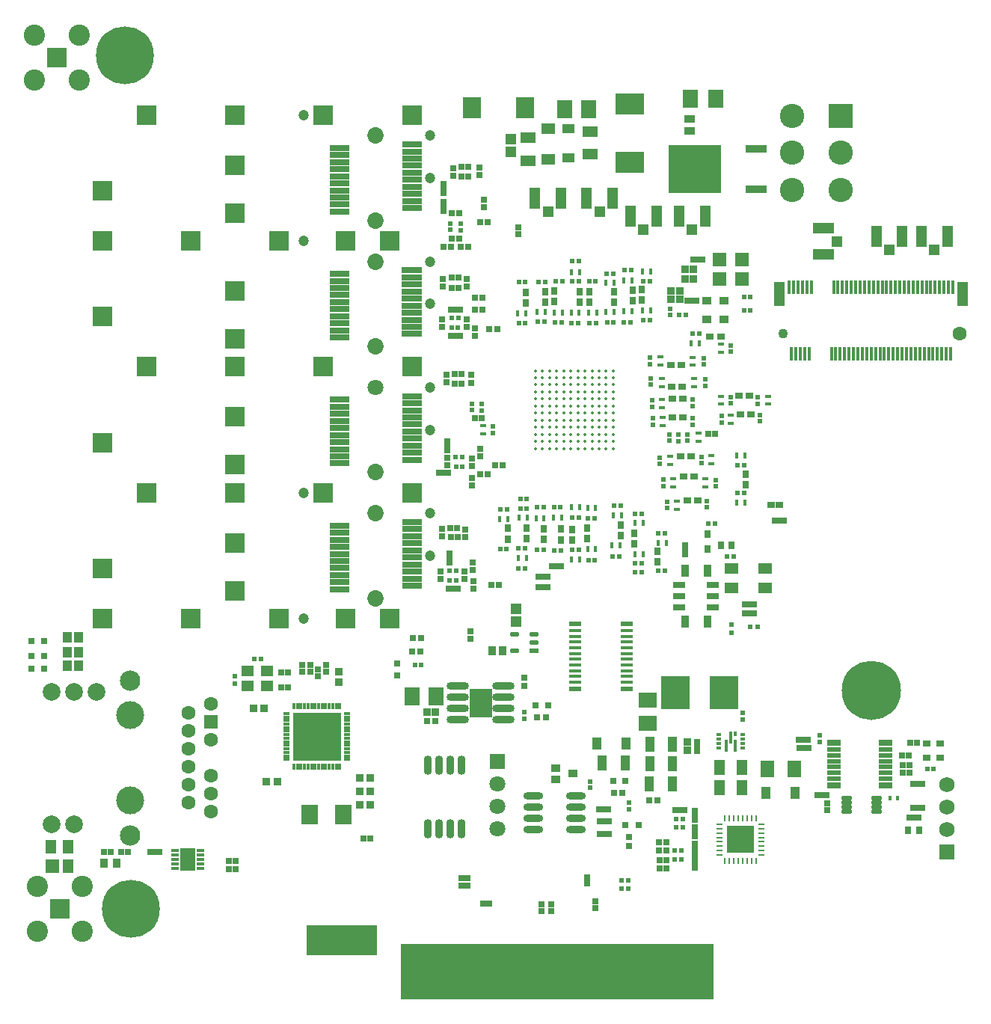
<source format=gts>
G04*
G04 #@! TF.GenerationSoftware,Altium Limited,Altium Designer,24.4.1 (13)*
G04*
G04 Layer_Color=8388736*
%FSLAX44Y44*%
%MOMM*%
G71*
G04*
G04 #@! TF.SameCoordinates,EFBD3F8D-071C-412C-B344-986AE508E9F6*
G04*
G04*
G04 #@! TF.FilePolarity,Negative*
G04*
G01*
G75*
%ADD21R,0.5811X0.5121*%
%ADD26R,0.5121X0.5811*%
%ADD29R,1.5000X1.2000*%
%ADD30R,0.6153X0.5725*%
%ADD32R,0.3000X1.5500*%
%ADD33R,1.2000X2.7500*%
%ADD37R,0.9051X0.9062*%
%ADD39R,1.4000X1.2000*%
%ADD40R,0.5200X0.5200*%
%ADD41R,0.5200X0.5200*%
%ADD42R,0.9062X0.9051*%
%ADD43R,1.8545X2.2860*%
%ADD48C,0.3556*%
%ADD49R,1.9900X2.3300*%
%ADD51R,0.7500X0.9000*%
%ADD52R,0.4000X0.5000*%
%ADD53R,2.4892X0.9398*%
%ADD54R,5.9182X5.5118*%
%ADD55R,0.8000X0.8000*%
%ADD57R,1.0383X0.5321*%
G04:AMPARAMS|DCode=58|XSize=1.0383mm|YSize=0.5321mm|CornerRadius=0.2661mm|HoleSize=0mm|Usage=FLASHONLY|Rotation=180.000|XOffset=0mm|YOffset=0mm|HoleType=Round|Shape=RoundedRectangle|*
%AMROUNDEDRECTD58*
21,1,1.0383,0.0000,0,0,180.0*
21,1,0.5061,0.5321,0,0,180.0*
1,1,0.5321,-0.2531,0.0000*
1,1,0.5321,0.2531,0.0000*
1,1,0.5321,0.2531,0.0000*
1,1,0.5321,-0.2531,0.0000*
%
%ADD58ROUNDEDRECTD58*%
%ADD59R,1.3500X0.4000*%
%ADD60R,1.3500X0.6000*%
%ADD61R,0.8500X0.6500*%
%ADD63R,0.4500X0.6750*%
%ADD65R,0.6750X0.4500*%
%ADD67R,1.5000X1.6000*%
G04:AMPARAMS|DCode=70|XSize=0.24mm|YSize=0.6mm|CornerRadius=0.0504mm|HoleSize=0mm|Usage=FLASHONLY|Rotation=0.000|XOffset=0mm|YOffset=0mm|HoleType=Round|Shape=RoundedRectangle|*
%AMROUNDEDRECTD70*
21,1,0.2400,0.4992,0,0,0.0*
21,1,0.1392,0.6000,0,0,0.0*
1,1,0.1008,0.0696,-0.2496*
1,1,0.1008,-0.0696,-0.2496*
1,1,0.1008,-0.0696,0.2496*
1,1,0.1008,0.0696,0.2496*
%
%ADD70ROUNDEDRECTD70*%
G04:AMPARAMS|DCode=71|XSize=0.6mm|YSize=0.24mm|CornerRadius=0.0504mm|HoleSize=0mm|Usage=FLASHONLY|Rotation=0.000|XOffset=0mm|YOffset=0mm|HoleType=Round|Shape=RoundedRectangle|*
%AMROUNDEDRECTD71*
21,1,0.6000,0.1392,0,0,0.0*
21,1,0.4992,0.2400,0,0,0.0*
1,1,0.1008,0.2496,-0.0696*
1,1,0.1008,-0.2496,-0.0696*
1,1,0.1008,-0.2496,0.0696*
1,1,0.1008,0.2496,0.0696*
%
%ADD71ROUNDEDRECTD71*%
%ADD72R,0.5725X0.6153*%
%ADD75R,1.6000X1.2500*%
%ADD76R,1.1046X1.7062*%
%ADD77R,0.7154X0.6725*%
%ADD78R,0.7000X0.7000*%
%ADD79R,1.3500X1.1000*%
%ADD80R,1.7062X1.1546*%
%ADD81R,3.3000X2.4000*%
%ADD93R,0.7393X0.6725*%
%ADD94R,0.7000X0.7000*%
%ADD95R,0.6725X0.7393*%
%ADD97R,1.1000X1.3500*%
%ADD98R,1.5046X1.9062*%
%ADD99R,1.1546X1.7062*%
%ADD100R,0.6725X0.6682*%
%ADD101R,0.3500X0.6000*%
%ADD102R,0.3500X1.4000*%
%ADD103R,0.6000X0.3500*%
%ADD104R,1.0000X0.9000*%
%ADD105R,0.7000X0.9500*%
%ADD106R,0.5393X0.4725*%
%ADD107R,0.7581X0.8121*%
%ADD112R,1.7000X2.5000*%
%ADD113R,0.9500X0.3700*%
%ADD114R,0.9500X0.3700*%
%ADD115R,8.0000X3.4500*%
%ADD116R,35.3500X6.2876*%
%ADD117R,2.2032X0.7032*%
%ADD118R,0.8032X0.8532*%
%ADD119R,0.8532X0.8032*%
%ADD120R,0.8032X0.7532*%
%ADD121R,0.7532X0.8032*%
%ADD122R,0.7532X0.7032*%
%ADD123R,0.9144X4.3942*%
%ADD124O,0.9032X2.2032*%
%ADD125O,0.4032X0.7032*%
%ADD126O,0.7032X0.4032*%
%ADD127R,5.4032X5.4032*%
%ADD128R,0.7032X0.7532*%
%ADD129O,2.5032X0.9032*%
%ADD130R,2.6132X3.3032*%
%ADD131R,1.2532X2.4032*%
%ADD132R,1.2032X1.2532*%
G04:AMPARAMS|DCode=133|XSize=0.5032mm|YSize=1.2032mm|CornerRadius=0.1511mm|HoleSize=0mm|Usage=FLASHONLY|Rotation=90.000|XOffset=0mm|YOffset=0mm|HoleType=Round|Shape=RoundedRectangle|*
%AMROUNDEDRECTD133*
21,1,0.5032,0.9010,0,0,90.0*
21,1,0.2010,1.2032,0,0,90.0*
1,1,0.3022,0.4505,0.1005*
1,1,0.3022,0.4505,-0.1005*
1,1,0.3022,-0.4505,-0.1005*
1,1,0.3022,-0.4505,0.1005*
%
%ADD133ROUNDEDRECTD133*%
%ADD134R,0.7532X0.7532*%
%ADD135R,1.5532X0.6032*%
%ADD136R,1.5532X0.8032*%
%ADD137R,0.8032X0.8782*%
%ADD138R,0.8782X0.8032*%
%ADD139R,0.9032X0.8532*%
%ADD140R,1.2532X1.2032*%
%ADD141R,2.4032X1.2532*%
G04:AMPARAMS|DCode=142|XSize=3.1mm|YSize=3.1mm|CornerRadius=0.0465mm|HoleSize=0mm|Usage=FLASHONLY|Rotation=0.000|XOffset=0mm|YOffset=0mm|HoleType=Round|Shape=RoundedRectangle|*
%AMROUNDEDRECTD142*
21,1,3.1000,3.0070,0,0,0.0*
21,1,3.0070,3.1000,0,0,0.0*
1,1,0.0930,1.5035,-1.5035*
1,1,0.0930,-1.5035,-1.5035*
1,1,0.0930,-1.5035,1.5035*
1,1,0.0930,1.5035,1.5035*
%
%ADD142ROUNDEDRECTD142*%
%ADD143R,1.0032X1.1532*%
%ADD144O,2.2532X0.8032*%
%ADD145R,1.6532X2.1032*%
%ADD146R,1.7032X2.0532*%
%ADD147R,1.2032X0.9232*%
%ADD148R,1.3032X1.2532*%
%ADD149R,1.6032X1.6032*%
%ADD150R,1.2032X1.6032*%
%ADD151R,0.7532X0.7532*%
%ADD152R,3.2032X3.7032*%
%ADD153R,0.8532X0.9032*%
%ADD154R,1.3500X0.7500*%
%ADD155R,0.9500X1.3500*%
%ADD156R,2.0532X1.7032*%
%ADD157R,1.1032X0.9032*%
%ADD158R,0.9532X1.0532*%
%ADD159R,0.9032X1.1032*%
%ADD160R,0.9144X3.4036*%
%ADD161C,1.4532*%
%ADD162C,2.4032*%
%ADD163R,2.2032X2.2032*%
%ADD164C,3.1532*%
%ADD165C,2.0032*%
%ADD166C,2.3032*%
%ADD167C,1.6032*%
%ADD168R,2.3032X2.3032*%
%ADD169C,1.2032*%
%ADD170C,1.8532*%
%ADD171C,1.8032*%
%ADD172C,6.7032*%
%ADD173C,1.1000*%
%ADD174C,1.6000*%
%ADD175C,6.5532*%
%ADD176R,2.7500X2.7500*%
%ADD177C,2.7500*%
%ADD178R,1.7532X1.7532*%
%ADD179C,1.7532*%
%ADD180R,1.8032X1.8032*%
D21*
X429816Y-445729D02*
D03*
X437127D02*
D03*
X425103Y-299538D02*
D03*
X432413D02*
D03*
X763441Y-279464D02*
D03*
X756130D02*
D03*
X763441Y-264225D02*
D03*
X756130D02*
D03*
X970716Y-798625D02*
D03*
X963405D02*
D03*
X640345Y-509898D02*
D03*
X633034D02*
D03*
X640246Y-576117D02*
D03*
X632935D02*
D03*
X640345Y-565829D02*
D03*
X633034D02*
D03*
X666246Y-532407D02*
D03*
X658936D02*
D03*
X600711Y-238281D02*
D03*
X608022D02*
D03*
X666480Y-574559D02*
D03*
X659169D02*
D03*
X601050Y-293145D02*
D03*
X608361D02*
D03*
X568754Y-550723D02*
D03*
X561443D02*
D03*
X568912Y-514721D02*
D03*
X561602D02*
D03*
X749080Y-486743D02*
D03*
X756391D02*
D03*
X748752Y-454760D02*
D03*
X756063D02*
D03*
X682830Y-285194D02*
D03*
X690141D02*
D03*
X617814Y-934542D02*
D03*
X625125D02*
D03*
X617814Y-924658D02*
D03*
X625125D02*
D03*
X679437Y-855285D02*
D03*
X686748D02*
D03*
X679437Y-864991D02*
D03*
X686748D02*
D03*
X677477Y-891385D02*
D03*
X684788D02*
D03*
X677477Y-901487D02*
D03*
X684788D02*
D03*
X432638Y-288246D02*
D03*
X425327D02*
D03*
X437439Y-456905D02*
D03*
X430128D02*
D03*
X430005Y-574294D02*
D03*
X422694D02*
D03*
X429952Y-585171D02*
D03*
X422641D02*
D03*
X390655Y-681189D02*
D03*
X383344D02*
D03*
X560962Y-294002D02*
D03*
X568273D02*
D03*
X502742Y-493419D02*
D03*
X510053D02*
D03*
X502798Y-504030D02*
D03*
X510108D02*
D03*
X561849Y-247258D02*
D03*
X569159D02*
D03*
X561589Y-223697D02*
D03*
X568900D02*
D03*
X500950Y-571606D02*
D03*
X508261D02*
D03*
X500950Y-549048D02*
D03*
X508261D02*
D03*
X521825Y-502938D02*
D03*
X529136D02*
D03*
X521953Y-550753D02*
D03*
X529264D02*
D03*
X549582Y-293571D02*
D03*
X542271D02*
D03*
X550598Y-246739D02*
D03*
X543287D02*
D03*
X588541Y-294023D02*
D03*
X581230D02*
D03*
X588162Y-246781D02*
D03*
X580852D02*
D03*
X607358Y-558037D02*
D03*
X614669D02*
D03*
X609020Y-500705D02*
D03*
X616330D02*
D03*
X621053Y-234541D02*
D03*
X628364D02*
D03*
X620303Y-293126D02*
D03*
X627614D02*
D03*
X540988Y-502697D02*
D03*
X548298D02*
D03*
X541593Y-551397D02*
D03*
X548903D02*
D03*
X480624Y-504796D02*
D03*
X487935D02*
D03*
X480066Y-549939D02*
D03*
X487377D02*
D03*
X587242Y-562532D02*
D03*
X579931D02*
D03*
X586928Y-515038D02*
D03*
X579617D02*
D03*
X649326Y-247156D02*
D03*
X642016D02*
D03*
X649467Y-290765D02*
D03*
X642156D02*
D03*
X522907Y-292548D02*
D03*
X530217D02*
D03*
X523860Y-247654D02*
D03*
X531171D02*
D03*
X501025Y-294116D02*
D03*
X508336D02*
D03*
X501025Y-247889D02*
D03*
X508336D02*
D03*
X697922Y-306154D02*
D03*
X705232D02*
D03*
D26*
X435070Y-189016D02*
D03*
Y-181705D02*
D03*
X423383Y-188833D02*
D03*
Y-181523D02*
D03*
X842181Y-760913D02*
D03*
Y-768224D02*
D03*
X668711Y-503706D02*
D03*
Y-496395D02*
D03*
X713903Y-502956D02*
D03*
Y-495645D02*
D03*
X652268Y-389200D02*
D03*
Y-381889D02*
D03*
X698235Y-388237D02*
D03*
Y-380926D02*
D03*
X652577Y-409143D02*
D03*
Y-401832D02*
D03*
X697579Y-409029D02*
D03*
Y-401718D02*
D03*
X730669Y-406739D02*
D03*
Y-399428D02*
D03*
X773733Y-405494D02*
D03*
Y-398183D02*
D03*
X771785Y-385351D02*
D03*
Y-378041D02*
D03*
X740872Y-385112D02*
D03*
Y-377801D02*
D03*
X740790Y-319360D02*
D03*
Y-326670D02*
D03*
X626216Y-837023D02*
D03*
Y-844334D02*
D03*
X754881Y-742935D02*
D03*
Y-735624D02*
D03*
X507156Y-742156D02*
D03*
Y-734844D02*
D03*
X708382Y-452757D02*
D03*
Y-445446D02*
D03*
X660544Y-453606D02*
D03*
Y-446295D02*
D03*
X471500Y-418406D02*
D03*
Y-411094D02*
D03*
X458799Y-385899D02*
D03*
Y-393210D02*
D03*
X448286Y-385545D02*
D03*
Y-392855D02*
D03*
X724333Y-479213D02*
D03*
Y-471902D02*
D03*
X665042Y-478584D02*
D03*
Y-471274D02*
D03*
X671272Y-427492D02*
D03*
Y-420182D02*
D03*
X681749Y-427636D02*
D03*
Y-420326D02*
D03*
X692283Y-427382D02*
D03*
Y-420071D02*
D03*
X710330Y-333792D02*
D03*
Y-341103D02*
D03*
X672563Y-285236D02*
D03*
Y-277926D02*
D03*
X649707Y-333618D02*
D03*
Y-340929D02*
D03*
X712107Y-358124D02*
D03*
Y-365435D02*
D03*
X650248Y-356763D02*
D03*
Y-364073D02*
D03*
X582172Y-813093D02*
D03*
Y-820403D02*
D03*
D29*
X741756Y-572047D02*
D03*
X779756D02*
D03*
Y-594047D02*
D03*
X741756D02*
D03*
D30*
X771940Y-638244D02*
D03*
X763369D02*
D03*
D32*
X807500Y-253269D02*
D03*
X812500D02*
D03*
X817500D02*
D03*
X822500D02*
D03*
X827500D02*
D03*
X832500D02*
D03*
X810000Y-328769D02*
D03*
X815000D02*
D03*
X820000D02*
D03*
X825000D02*
D03*
X830000D02*
D03*
X857500Y-253269D02*
D03*
X860000Y-328769D02*
D03*
X862500Y-253269D02*
D03*
X865000Y-328769D02*
D03*
X867500Y-253269D02*
D03*
X870000Y-328769D02*
D03*
X872500Y-253269D02*
D03*
X875000Y-328769D02*
D03*
X877500Y-253269D02*
D03*
X880000Y-328769D02*
D03*
X882500Y-253269D02*
D03*
X885000Y-328769D02*
D03*
X887500Y-253269D02*
D03*
X890000Y-328769D02*
D03*
X892500Y-253269D02*
D03*
X895000Y-328769D02*
D03*
X897500Y-253269D02*
D03*
X900000Y-328769D02*
D03*
X902500Y-253269D02*
D03*
X905000Y-328769D02*
D03*
X907500Y-253269D02*
D03*
X910000Y-328769D02*
D03*
X912500Y-253269D02*
D03*
X915000Y-328769D02*
D03*
X917500Y-253269D02*
D03*
X920000Y-328769D02*
D03*
X922500Y-253269D02*
D03*
X925000Y-328769D02*
D03*
X927500Y-253269D02*
D03*
X930000Y-328769D02*
D03*
X932500Y-253269D02*
D03*
X935000Y-328769D02*
D03*
X937500Y-253269D02*
D03*
X940000Y-328769D02*
D03*
X942500Y-253269D02*
D03*
X945000Y-328769D02*
D03*
X947500Y-253269D02*
D03*
X950000Y-328769D02*
D03*
X952500Y-253269D02*
D03*
X955000Y-328769D02*
D03*
X957500Y-253269D02*
D03*
X960000Y-328769D02*
D03*
X962500Y-253269D02*
D03*
X965000Y-328769D02*
D03*
X967500Y-253269D02*
D03*
X970000Y-328769D02*
D03*
X972500Y-253269D02*
D03*
X975000Y-328769D02*
D03*
X977500Y-253269D02*
D03*
X980000Y-328769D02*
D03*
X982500Y-253269D02*
D03*
X985000Y-328769D02*
D03*
X987500Y-253269D02*
D03*
X990000Y-328769D02*
D03*
X992500Y-253269D02*
D03*
X855000Y-328769D02*
D03*
D33*
X796500Y-261019D02*
D03*
X1003500D02*
D03*
D37*
X321335Y-839430D02*
D03*
X333346D02*
D03*
X321335Y-824056D02*
D03*
X333346D02*
D03*
X321335Y-809037D02*
D03*
X333346D02*
D03*
X227626Y-813567D02*
D03*
X215615D02*
D03*
X212959Y-730586D02*
D03*
X200948D02*
D03*
D39*
X194442Y-705032D02*
D03*
X216442D02*
D03*
Y-688032D02*
D03*
X194442D02*
D03*
D40*
X180092Y-694086D02*
D03*
Y-702086D02*
D03*
D41*
X201554Y-674705D02*
D03*
X209554D02*
D03*
D42*
X297290Y-700890D02*
D03*
Y-688879D02*
D03*
D43*
X302192Y-850860D02*
D03*
X264347D02*
D03*
D48*
X608011Y-436121D02*
D03*
X600011D02*
D03*
X592011D02*
D03*
X584011D02*
D03*
X576011D02*
D03*
X568011D02*
D03*
X560011D02*
D03*
X552011D02*
D03*
X544011D02*
D03*
X536011D02*
D03*
X528011D02*
D03*
X520011D02*
D03*
X608011Y-428120D02*
D03*
X600011D02*
D03*
X592011D02*
D03*
X584011D02*
D03*
X576011D02*
D03*
X568011D02*
D03*
X560011D02*
D03*
X552011D02*
D03*
X544011D02*
D03*
X536011D02*
D03*
X528011D02*
D03*
X520011D02*
D03*
X608011Y-420119D02*
D03*
X600011D02*
D03*
X592011D02*
D03*
X584011D02*
D03*
X576011D02*
D03*
X568011D02*
D03*
X560011D02*
D03*
X552011D02*
D03*
X544011D02*
D03*
X536011D02*
D03*
X528011D02*
D03*
X520011D02*
D03*
X608011Y-412118D02*
D03*
X600011D02*
D03*
X592011D02*
D03*
X584011D02*
D03*
X576011D02*
D03*
X568011D02*
D03*
X560011D02*
D03*
X552011D02*
D03*
X544011D02*
D03*
X536011D02*
D03*
X528011D02*
D03*
X520011D02*
D03*
X608011Y-404117D02*
D03*
X600011D02*
D03*
X592011D02*
D03*
X584011D02*
D03*
X576011D02*
D03*
X568011D02*
D03*
X560011D02*
D03*
X552011D02*
D03*
X544011D02*
D03*
X536011D02*
D03*
X528011D02*
D03*
X520011D02*
D03*
X608011Y-396116D02*
D03*
X600011D02*
D03*
X592011D02*
D03*
X584011D02*
D03*
X576011D02*
D03*
X568011D02*
D03*
X560011D02*
D03*
X552011D02*
D03*
X544011D02*
D03*
X536011D02*
D03*
X528011D02*
D03*
X520011D02*
D03*
X608011Y-388115D02*
D03*
X600011D02*
D03*
X592011D02*
D03*
X584011D02*
D03*
X576011D02*
D03*
X568011D02*
D03*
X560011D02*
D03*
X552011D02*
D03*
X544011D02*
D03*
X536011D02*
D03*
X528011D02*
D03*
X520011D02*
D03*
X608011Y-380114D02*
D03*
X600011D02*
D03*
X592011D02*
D03*
X584011D02*
D03*
X576011D02*
D03*
X568011D02*
D03*
X560011D02*
D03*
X552011D02*
D03*
X544011D02*
D03*
X536011D02*
D03*
X528011D02*
D03*
X520011D02*
D03*
X608011Y-372113D02*
D03*
X600011D02*
D03*
X592011D02*
D03*
X584011D02*
D03*
X576011D02*
D03*
X568011D02*
D03*
X560011D02*
D03*
X552011D02*
D03*
X544011D02*
D03*
X536011D02*
D03*
X528011D02*
D03*
X520011D02*
D03*
X608011Y-364112D02*
D03*
X600011D02*
D03*
X592011D02*
D03*
X584011D02*
D03*
X576011D02*
D03*
X568011D02*
D03*
X560011D02*
D03*
X552011D02*
D03*
X544011D02*
D03*
X536011D02*
D03*
X528011D02*
D03*
X520011D02*
D03*
X608011Y-356111D02*
D03*
X600011D02*
D03*
X592011D02*
D03*
X584011D02*
D03*
X576011D02*
D03*
X568011D02*
D03*
X560011D02*
D03*
X552011D02*
D03*
X544011D02*
D03*
X536011D02*
D03*
X528011D02*
D03*
X520011D02*
D03*
X608011Y-348110D02*
D03*
X600011D02*
D03*
X592011D02*
D03*
X584011D02*
D03*
X576011D02*
D03*
X568011D02*
D03*
X560011D02*
D03*
X552011D02*
D03*
X544011D02*
D03*
X536011D02*
D03*
X528011D02*
D03*
X520011D02*
D03*
D49*
X447858Y-50634D02*
D03*
X508058D02*
D03*
D51*
X954000Y-868150D02*
D03*
X942000D02*
D03*
D52*
X921588Y-832280D02*
D03*
X929588D02*
D03*
D53*
X770008Y-142913D02*
D03*
Y-97193D02*
D03*
D54*
X700793Y-120053D02*
D03*
D55*
X621925Y-862129D02*
D03*
X636925D02*
D03*
X-50900Y-685709D02*
D03*
X-35900D02*
D03*
X-50900Y-670705D02*
D03*
X-35900D02*
D03*
X-50900Y-654000D02*
D03*
X-35900D02*
D03*
D57*
X518012Y-665166D02*
D03*
D58*
Y-655667D02*
D03*
Y-646166D02*
D03*
X496688D02*
D03*
Y-665166D02*
D03*
D59*
X623757Y-642189D02*
D03*
Y-648690D02*
D03*
Y-655189D02*
D03*
Y-661689D02*
D03*
Y-668189D02*
D03*
Y-674689D02*
D03*
Y-681189D02*
D03*
Y-687689D02*
D03*
Y-694189D02*
D03*
Y-700689D02*
D03*
X565257D02*
D03*
Y-694189D02*
D03*
Y-687689D02*
D03*
Y-681189D02*
D03*
Y-674689D02*
D03*
Y-668189D02*
D03*
Y-661689D02*
D03*
Y-655189D02*
D03*
Y-648690D02*
D03*
Y-642189D02*
D03*
D60*
X623757Y-634689D02*
D03*
Y-708189D02*
D03*
X565257D02*
D03*
Y-634689D02*
D03*
D61*
X962811Y-786568D02*
D03*
Y-770068D02*
D03*
X978311D02*
D03*
Y-786568D02*
D03*
D63*
X641761Y-520639D02*
D03*
X632511D02*
D03*
X641642Y-555794D02*
D03*
X632392D02*
D03*
X668199Y-543030D02*
D03*
X658949D02*
D03*
X599742Y-248699D02*
D03*
X608992D02*
D03*
X599742Y-281946D02*
D03*
X608992D02*
D03*
X569993Y-561829D02*
D03*
X560743D02*
D03*
X569723Y-502938D02*
D03*
X560473D02*
D03*
X748091Y-497750D02*
D03*
X757341D02*
D03*
X747782Y-443931D02*
D03*
X757032D02*
D03*
X560341Y-282365D02*
D03*
X569591D02*
D03*
X501553Y-514546D02*
D03*
X510802D02*
D03*
X560619Y-236562D02*
D03*
X569869D02*
D03*
X500360Y-560043D02*
D03*
X509610D02*
D03*
X520530Y-515249D02*
D03*
X529780D02*
D03*
X550859Y-282234D02*
D03*
X541609D02*
D03*
X589510Y-282498D02*
D03*
X580260D02*
D03*
X606823Y-545783D02*
D03*
X616073D02*
D03*
X608483Y-511846D02*
D03*
X617733D02*
D03*
X620084Y-245672D02*
D03*
X629334D02*
D03*
X620084Y-280890D02*
D03*
X629334D02*
D03*
X540084Y-514721D02*
D03*
X549334D02*
D03*
X479528Y-516049D02*
D03*
X488778D02*
D03*
X588212Y-550200D02*
D03*
X578962D02*
D03*
X588212Y-503346D02*
D03*
X578962D02*
D03*
X650235Y-235595D02*
D03*
X640985D02*
D03*
X650235Y-279995D02*
D03*
X640985D02*
D03*
X522072Y-281603D02*
D03*
X531322D02*
D03*
X500055Y-283421D02*
D03*
X509305D02*
D03*
X696510Y-317166D02*
D03*
X705761D02*
D03*
D65*
X679959Y-504675D02*
D03*
Y-495425D02*
D03*
X663207Y-389957D02*
D03*
Y-380707D02*
D03*
X663917Y-409999D02*
D03*
Y-400749D02*
D03*
X741461Y-407604D02*
D03*
Y-398354D02*
D03*
X783367Y-386082D02*
D03*
Y-376832D02*
D03*
X730399Y-386082D02*
D03*
Y-376832D02*
D03*
X729901Y-318390D02*
D03*
Y-327640D02*
D03*
X719248Y-453726D02*
D03*
Y-444476D02*
D03*
X672315Y-454054D02*
D03*
Y-444804D02*
D03*
X460690Y-419163D02*
D03*
Y-409913D02*
D03*
X711958Y-479554D02*
D03*
Y-470304D02*
D03*
X675861Y-479554D02*
D03*
Y-470304D02*
D03*
X704845Y-428351D02*
D03*
Y-419101D02*
D03*
X698211Y-332822D02*
D03*
Y-342072D02*
D03*
X661875Y-332649D02*
D03*
Y-341899D02*
D03*
X699230Y-357154D02*
D03*
Y-366404D02*
D03*
X662827Y-357260D02*
D03*
Y-366511D02*
D03*
D67*
X753490Y-243930D02*
D03*
X728090D02*
D03*
Y-221930D02*
D03*
X753490D02*
D03*
D70*
X734461Y-854884D02*
D03*
X739461D02*
D03*
X744461D02*
D03*
X749461D02*
D03*
X754461D02*
D03*
X759461D02*
D03*
X764461D02*
D03*
X769461D02*
D03*
Y-902885D02*
D03*
X764461D02*
D03*
X759461D02*
D03*
X754461D02*
D03*
X749461D02*
D03*
X744461D02*
D03*
X739461D02*
D03*
X734461D02*
D03*
D71*
X775960Y-861385D02*
D03*
Y-866385D02*
D03*
Y-871385D02*
D03*
Y-876385D02*
D03*
Y-881385D02*
D03*
Y-886385D02*
D03*
Y-891385D02*
D03*
Y-896385D02*
D03*
X727961D02*
D03*
Y-891385D02*
D03*
Y-886385D02*
D03*
Y-881385D02*
D03*
Y-876385D02*
D03*
Y-871385D02*
D03*
Y-866385D02*
D03*
Y-861385D02*
D03*
D72*
X741481Y-635828D02*
D03*
Y-644399D02*
D03*
D75*
X534822Y-74522D02*
D03*
Y-108522D02*
D03*
D76*
X649020Y-816201D02*
D03*
X675035D02*
D03*
X649316Y-793375D02*
D03*
X675331D02*
D03*
X649316Y-770981D02*
D03*
X675331D02*
D03*
X595804Y-792280D02*
D03*
X621819D02*
D03*
D77*
X618292Y-825798D02*
D03*
X608721D02*
D03*
X389763Y-666189D02*
D03*
X380192D02*
D03*
X531717Y-740420D02*
D03*
X522146D02*
D03*
D78*
X621716Y-812582D02*
D03*
X607716D02*
D03*
X534348Y-726573D02*
D03*
X520348D02*
D03*
D79*
X557578Y-107022D02*
D03*
Y-74022D02*
D03*
D80*
X511516Y-110244D02*
D03*
Y-84728D02*
D03*
X582189Y-103280D02*
D03*
Y-77764D02*
D03*
D81*
X626970Y-112014D02*
D03*
Y-46014D02*
D03*
D93*
X390915Y-650690D02*
D03*
X381584D02*
D03*
X658141Y-834130D02*
D03*
X648809D02*
D03*
D94*
X363661Y-693221D02*
D03*
Y-679221D02*
D03*
D95*
X507156Y-695583D02*
D03*
Y-704915D02*
D03*
D97*
X589907Y-770238D02*
D03*
X622907D02*
D03*
X813500Y-826403D02*
D03*
X780500D02*
D03*
D98*
X812665Y-798530D02*
D03*
X782649D02*
D03*
D99*
X728578Y-797280D02*
D03*
X754094D02*
D03*
X728467Y-820280D02*
D03*
X753983D02*
D03*
D100*
X626119Y-875974D02*
D03*
Y-886016D02*
D03*
D101*
X746336Y-759239D02*
D03*
D102*
X741336Y-763239D02*
D03*
X746336Y-772238D02*
D03*
X736336D02*
D03*
D103*
X727836Y-775238D02*
D03*
Y-770238D02*
D03*
Y-765238D02*
D03*
Y-760238D02*
D03*
X754836D02*
D03*
Y-765238D02*
D03*
Y-770238D02*
D03*
Y-775238D02*
D03*
D104*
X714224Y-289964D02*
D03*
Y-268964D02*
D03*
X733225D02*
D03*
Y-289964D02*
D03*
D105*
X714724Y-533201D02*
D03*
Y-549701D02*
D03*
D106*
X716058Y-521451D02*
D03*
X723390D02*
D03*
X737215Y-558236D02*
D03*
X744547D02*
D03*
D107*
X742260Y-545869D02*
D03*
X729720D02*
D03*
D112*
X126425Y-901529D02*
D03*
D113*
X111676Y-911528D02*
D03*
Y-906528D02*
D03*
X111675Y-896528D02*
D03*
Y-891528D02*
D03*
X141174D02*
D03*
Y-896528D02*
D03*
X141175Y-906528D02*
D03*
Y-911528D02*
D03*
D114*
X111675Y-901528D02*
D03*
X141174D02*
D03*
D115*
X301000Y-992374D02*
D03*
D116*
X544250Y-1028562D02*
D03*
D117*
X298000Y-168000D02*
D03*
Y-160000D02*
D03*
Y-152000D02*
D03*
Y-144000D02*
D03*
Y-136000D02*
D03*
Y-128000D02*
D03*
Y-120000D02*
D03*
Y-112000D02*
D03*
Y-104000D02*
D03*
Y-96000D02*
D03*
X380000Y-164000D02*
D03*
Y-156000D02*
D03*
Y-148000D02*
D03*
Y-140000D02*
D03*
Y-132000D02*
D03*
Y-124000D02*
D03*
Y-116000D02*
D03*
Y-108000D02*
D03*
Y-100000D02*
D03*
Y-92000D02*
D03*
X380000Y-519500D02*
D03*
Y-527500D02*
D03*
Y-535500D02*
D03*
Y-543500D02*
D03*
Y-551500D02*
D03*
Y-559500D02*
D03*
Y-567500D02*
D03*
Y-575500D02*
D03*
Y-583500D02*
D03*
Y-591500D02*
D03*
X298000Y-595500D02*
D03*
Y-587500D02*
D03*
Y-579500D02*
D03*
Y-571500D02*
D03*
Y-563500D02*
D03*
Y-555500D02*
D03*
Y-547500D02*
D03*
Y-539500D02*
D03*
Y-531500D02*
D03*
Y-523500D02*
D03*
X380000Y-377000D02*
D03*
Y-385000D02*
D03*
Y-393000D02*
D03*
Y-401000D02*
D03*
Y-409000D02*
D03*
Y-417000D02*
D03*
Y-425000D02*
D03*
Y-433000D02*
D03*
Y-441000D02*
D03*
Y-449000D02*
D03*
X298000Y-453000D02*
D03*
Y-445000D02*
D03*
Y-437000D02*
D03*
Y-429000D02*
D03*
Y-421000D02*
D03*
Y-413000D02*
D03*
Y-405000D02*
D03*
Y-397000D02*
D03*
Y-389000D02*
D03*
Y-381000D02*
D03*
X380000Y-234500D02*
D03*
Y-242500D02*
D03*
Y-250500D02*
D03*
Y-258500D02*
D03*
Y-266500D02*
D03*
Y-274500D02*
D03*
Y-282500D02*
D03*
Y-290500D02*
D03*
Y-298500D02*
D03*
Y-306500D02*
D03*
X298000Y-310500D02*
D03*
Y-302500D02*
D03*
Y-294500D02*
D03*
Y-286500D02*
D03*
Y-278500D02*
D03*
Y-270500D02*
D03*
Y-262500D02*
D03*
Y-254500D02*
D03*
Y-246500D02*
D03*
Y-238500D02*
D03*
X380000Y-92000D02*
D03*
Y-100000D02*
D03*
Y-108000D02*
D03*
Y-116000D02*
D03*
Y-124000D02*
D03*
Y-132000D02*
D03*
Y-140000D02*
D03*
Y-148000D02*
D03*
Y-156000D02*
D03*
Y-164000D02*
D03*
X298000Y-168000D02*
D03*
Y-160000D02*
D03*
Y-152000D02*
D03*
Y-144000D02*
D03*
Y-136000D02*
D03*
Y-128000D02*
D03*
Y-120000D02*
D03*
Y-112000D02*
D03*
Y-104000D02*
D03*
Y-96000D02*
D03*
X380000Y-519500D02*
D03*
Y-527500D02*
D03*
Y-535500D02*
D03*
Y-543500D02*
D03*
Y-551500D02*
D03*
Y-559500D02*
D03*
Y-567500D02*
D03*
Y-575500D02*
D03*
Y-583500D02*
D03*
Y-591500D02*
D03*
X298000Y-523500D02*
D03*
Y-531500D02*
D03*
Y-539500D02*
D03*
Y-547500D02*
D03*
Y-555500D02*
D03*
Y-563500D02*
D03*
Y-571500D02*
D03*
Y-579500D02*
D03*
Y-587500D02*
D03*
Y-595500D02*
D03*
X298000Y-453000D02*
D03*
Y-445000D02*
D03*
Y-437000D02*
D03*
Y-429000D02*
D03*
Y-421000D02*
D03*
Y-413000D02*
D03*
Y-405000D02*
D03*
Y-397000D02*
D03*
Y-389000D02*
D03*
Y-381000D02*
D03*
X380000Y-449000D02*
D03*
Y-441000D02*
D03*
Y-433000D02*
D03*
Y-425000D02*
D03*
Y-417000D02*
D03*
Y-409000D02*
D03*
Y-401000D02*
D03*
Y-393000D02*
D03*
Y-385000D02*
D03*
Y-377000D02*
D03*
X379864Y-234500D02*
D03*
Y-242500D02*
D03*
Y-250500D02*
D03*
Y-258500D02*
D03*
Y-266500D02*
D03*
Y-274500D02*
D03*
Y-282500D02*
D03*
Y-290500D02*
D03*
Y-298500D02*
D03*
Y-306500D02*
D03*
X297864Y-238500D02*
D03*
Y-246500D02*
D03*
Y-254500D02*
D03*
Y-262500D02*
D03*
Y-270500D02*
D03*
Y-278500D02*
D03*
Y-286500D02*
D03*
Y-294500D02*
D03*
Y-302500D02*
D03*
Y-310500D02*
D03*
D118*
X415792Y-166500D02*
D03*
Y-158000D02*
D03*
X415587Y-146076D02*
D03*
Y-137576D02*
D03*
X422677Y-564043D02*
D03*
Y-555543D02*
D03*
X420477Y-437323D02*
D03*
Y-428823D02*
D03*
X700554Y-909987D02*
D03*
Y-901487D02*
D03*
Y-884281D02*
D03*
Y-892781D02*
D03*
X700493Y-874435D02*
D03*
Y-865935D02*
D03*
Y-846738D02*
D03*
Y-855238D02*
D03*
X702790Y-769516D02*
D03*
Y-778016D02*
D03*
X689024Y-546202D02*
D03*
Y-554701D02*
D03*
D119*
X84680Y-892878D02*
D03*
X93180D02*
D03*
X707761Y-221899D02*
D03*
X699261D02*
D03*
X422493Y-595155D02*
D03*
X430993D02*
D03*
X419834Y-463889D02*
D03*
X411334D02*
D03*
X425389Y-308327D02*
D03*
X433889D02*
D03*
X425389Y-278698D02*
D03*
X433889D02*
D03*
X944205Y-854238D02*
D03*
X952706D02*
D03*
X787191Y-500147D02*
D03*
X795691D02*
D03*
X848944Y-828439D02*
D03*
X840444D02*
D03*
X827695Y-766260D02*
D03*
X819195D02*
D03*
X828001Y-775238D02*
D03*
X819501D02*
D03*
X687670Y-845103D02*
D03*
X679170D02*
D03*
X956955Y-843201D02*
D03*
X948456D02*
D03*
X600980Y-844224D02*
D03*
X592480D02*
D03*
X956955Y-815451D02*
D03*
X948456D02*
D03*
X799941Y-517639D02*
D03*
X791441D02*
D03*
X701485Y-268964D02*
D03*
X692985D02*
D03*
X758175Y-623056D02*
D03*
X766675D02*
D03*
X757925Y-612539D02*
D03*
X766425D02*
D03*
X539248Y-569300D02*
D03*
X547748D02*
D03*
X524380Y-593111D02*
D03*
X532880D02*
D03*
X524555Y-581698D02*
D03*
X533055D02*
D03*
X602154Y-858497D02*
D03*
X593653D02*
D03*
X602153Y-872953D02*
D03*
X593653D02*
D03*
D120*
X457719Y-465650D02*
D03*
X466219D02*
D03*
X478429Y-590563D02*
D03*
X469929D02*
D03*
X457216Y-179699D02*
D03*
X465716D02*
D03*
X435056Y-207910D02*
D03*
X443556D02*
D03*
X482617Y-455543D02*
D03*
X474117D02*
D03*
X451800Y-265835D02*
D03*
X460300D02*
D03*
X476492Y-301140D02*
D03*
X467992D02*
D03*
X460250Y-279123D02*
D03*
X451750D02*
D03*
X415518Y-207910D02*
D03*
X424019D02*
D03*
X425512Y-169840D02*
D03*
X434012D02*
D03*
X425617Y-198359D02*
D03*
X434117D02*
D03*
D121*
X449503Y-586679D02*
D03*
Y-595179D02*
D03*
X449057Y-574007D02*
D03*
Y-565507D02*
D03*
X446666Y-651577D02*
D03*
Y-643077D02*
D03*
X448317Y-477974D02*
D03*
Y-469474D02*
D03*
X457667Y-444942D02*
D03*
Y-436442D02*
D03*
X451769Y-308531D02*
D03*
Y-300031D02*
D03*
X461974Y-154501D02*
D03*
Y-163001D02*
D03*
X448240Y-447235D02*
D03*
Y-455735D02*
D03*
X426628Y-118598D02*
D03*
Y-127098D02*
D03*
X447357Y-353103D02*
D03*
Y-361603D02*
D03*
X442340Y-244393D02*
D03*
Y-252893D02*
D03*
X440899Y-536551D02*
D03*
Y-528051D02*
D03*
X439475Y-583940D02*
D03*
Y-575440D02*
D03*
X442568Y-298362D02*
D03*
Y-289862D02*
D03*
X415018Y-252893D02*
D03*
Y-244393D02*
D03*
X456966Y-126868D02*
D03*
Y-118368D02*
D03*
X419402Y-361062D02*
D03*
Y-352561D02*
D03*
X420284Y-455419D02*
D03*
Y-446918D02*
D03*
X413933Y-535940D02*
D03*
Y-527440D02*
D03*
X412841Y-583601D02*
D03*
Y-575101D02*
D03*
X413933Y-298484D02*
D03*
Y-289984D02*
D03*
D122*
X423814Y-526668D02*
D03*
X431314D02*
D03*
X424302Y-536815D02*
D03*
X431802D02*
D03*
X436550Y-117103D02*
D03*
X444050D02*
D03*
X436556Y-128217D02*
D03*
X444056D02*
D03*
X428789Y-363043D02*
D03*
X436289D02*
D03*
X428930Y-351721D02*
D03*
X436430D02*
D03*
X425425Y-254555D02*
D03*
X432925D02*
D03*
X425490Y-243022D02*
D03*
X432990D02*
D03*
X325071Y-877985D02*
D03*
X332571D02*
D03*
X239562Y-706737D02*
D03*
X232062D02*
D03*
X239562Y-690032D02*
D03*
X232062D02*
D03*
X58888Y-892964D02*
D03*
X51388D02*
D03*
X951750Y-769678D02*
D03*
X944250D02*
D03*
X943416Y-794625D02*
D03*
X935916D02*
D03*
X943416Y-803530D02*
D03*
X935916D02*
D03*
X934916Y-783318D02*
D03*
X942416D02*
D03*
X467905Y-951414D02*
D03*
X460405D02*
D03*
X173346Y-912678D02*
D03*
X180846D02*
D03*
X173346Y-902968D02*
D03*
X180846D02*
D03*
X435905Y-922588D02*
D03*
X443405D02*
D03*
X451250Y-401617D02*
D03*
X458750D02*
D03*
X722970Y-419538D02*
D03*
X715470D02*
D03*
X443405Y-931340D02*
D03*
X435905D02*
D03*
X39203Y-892878D02*
D03*
X31702D02*
D03*
D123*
X381460Y-1019624D02*
D03*
X391460D02*
D03*
X401460D02*
D03*
X411460D02*
D03*
X421460D02*
D03*
X431460D02*
D03*
X441460D02*
D03*
X451460D02*
D03*
X461460D02*
D03*
X471460D02*
D03*
X481460D02*
D03*
X511460D02*
D03*
X521460D02*
D03*
X531460D02*
D03*
X541460D02*
D03*
X551460D02*
D03*
X561460D02*
D03*
X571460D02*
D03*
X581459D02*
D03*
X591459D02*
D03*
X601459D02*
D03*
X611459D02*
D03*
X621459D02*
D03*
X631459D02*
D03*
X641459D02*
D03*
X651459D02*
D03*
X661459D02*
D03*
X671459D02*
D03*
X681459D02*
D03*
X691459D02*
D03*
X711459D02*
D03*
D124*
X397802Y-866912D02*
D03*
X410502D02*
D03*
X423202D02*
D03*
X435902D02*
D03*
X397802Y-794412D02*
D03*
X410502D02*
D03*
X423202D02*
D03*
X435902D02*
D03*
D125*
X298563Y-796365D02*
D03*
X294563D02*
D03*
X290563D02*
D03*
X286563D02*
D03*
X282563D02*
D03*
X278563D02*
D03*
X274563D02*
D03*
X270563D02*
D03*
X266563D02*
D03*
X262563D02*
D03*
X258563D02*
D03*
X254563D02*
D03*
X250563D02*
D03*
X246563D02*
D03*
Y-727865D02*
D03*
X250563D02*
D03*
X254563D02*
D03*
X258563D02*
D03*
X262563D02*
D03*
X266563D02*
D03*
X270563D02*
D03*
X274563D02*
D03*
X278563D02*
D03*
X282563D02*
D03*
X286563D02*
D03*
X290563D02*
D03*
X294563D02*
D03*
X298563D02*
D03*
D126*
X238312Y-788115D02*
D03*
Y-784115D02*
D03*
Y-780115D02*
D03*
Y-776115D02*
D03*
Y-772115D02*
D03*
Y-768115D02*
D03*
Y-764115D02*
D03*
Y-760115D02*
D03*
Y-756115D02*
D03*
Y-752115D02*
D03*
Y-748115D02*
D03*
Y-744115D02*
D03*
Y-740115D02*
D03*
Y-736115D02*
D03*
X306812Y-744115D02*
D03*
Y-748115D02*
D03*
Y-752115D02*
D03*
Y-756115D02*
D03*
Y-760115D02*
D03*
Y-764115D02*
D03*
Y-768115D02*
D03*
Y-772115D02*
D03*
Y-776115D02*
D03*
Y-780115D02*
D03*
Y-784115D02*
D03*
Y-788115D02*
D03*
Y-740115D02*
D03*
Y-736115D02*
D03*
D127*
X272563Y-762115D02*
D03*
D128*
X283246Y-688656D02*
D03*
Y-681155D02*
D03*
X273856Y-693782D02*
D03*
Y-686282D02*
D03*
X256047Y-688656D02*
D03*
Y-681156D02*
D03*
X265185Y-688655D02*
D03*
Y-681156D02*
D03*
X850027Y-837678D02*
D03*
Y-845178D02*
D03*
X537568Y-952427D02*
D03*
X527189D02*
D03*
Y-959927D02*
D03*
X578172Y-921338D02*
D03*
Y-928838D02*
D03*
X587904Y-948559D02*
D03*
Y-956059D02*
D03*
X500547Y-186000D02*
D03*
Y-193500D02*
D03*
X537568Y-959927D02*
D03*
D129*
X432364Y-705186D02*
D03*
Y-717886D02*
D03*
Y-730586D02*
D03*
Y-743286D02*
D03*
X483364Y-705186D02*
D03*
Y-717886D02*
D03*
Y-730586D02*
D03*
Y-743286D02*
D03*
D130*
X457864Y-724236D02*
D03*
D131*
X519550Y-152500D02*
D03*
X549050D02*
D03*
X577887D02*
D03*
X607387D02*
D03*
X711994Y-173250D02*
D03*
X682494D02*
D03*
X935250Y-196085D02*
D03*
X905750D02*
D03*
X986250D02*
D03*
X956750D02*
D03*
X656994Y-173250D02*
D03*
X627494D02*
D03*
D132*
X534300Y-167750D02*
D03*
X592637D02*
D03*
X697244Y-188500D02*
D03*
X920500Y-211335D02*
D03*
X971500D02*
D03*
X642244Y-188500D02*
D03*
D133*
X905966Y-846993D02*
D03*
Y-841993D02*
D03*
Y-836993D02*
D03*
Y-831993D02*
D03*
X871966Y-846993D02*
D03*
Y-841993D02*
D03*
Y-836993D02*
D03*
Y-831993D02*
D03*
D134*
X659471Y-891105D02*
D03*
Y-882105D02*
D03*
X660344Y-902355D02*
D03*
Y-911355D02*
D03*
X668490Y-911355D02*
D03*
Y-902355D02*
D03*
X668199Y-882163D02*
D03*
Y-891163D02*
D03*
D135*
X858186Y-777125D02*
D03*
Y-783625D02*
D03*
Y-790125D02*
D03*
Y-796625D02*
D03*
Y-803125D02*
D03*
Y-809625D02*
D03*
X916686D02*
D03*
Y-803125D02*
D03*
Y-796625D02*
D03*
Y-790125D02*
D03*
Y-783625D02*
D03*
Y-777125D02*
D03*
D136*
X858186Y-769625D02*
D03*
Y-817125D02*
D03*
X916686D02*
D03*
Y-769625D02*
D03*
D137*
X631546Y-544031D02*
D03*
Y-532031D02*
D03*
X658377Y-564532D02*
D03*
Y-552532D02*
D03*
X609368Y-258816D02*
D03*
Y-270816D02*
D03*
X561601Y-539683D02*
D03*
Y-527683D02*
D03*
X757838Y-476950D02*
D03*
Y-464950D02*
D03*
X569966Y-258664D02*
D03*
Y-270664D02*
D03*
X509643Y-537980D02*
D03*
Y-525980D02*
D03*
X529178Y-539151D02*
D03*
Y-527150D02*
D03*
X541125Y-257763D02*
D03*
Y-269762D02*
D03*
X580885Y-258455D02*
D03*
Y-270455D02*
D03*
X616985Y-534852D02*
D03*
Y-522852D02*
D03*
X629789Y-257077D02*
D03*
Y-269077D02*
D03*
X548905Y-539442D02*
D03*
Y-527442D02*
D03*
X488802Y-538577D02*
D03*
Y-526577D02*
D03*
X578777Y-537920D02*
D03*
Y-525920D02*
D03*
X640244Y-256447D02*
D03*
Y-268447D02*
D03*
X531079Y-258558D02*
D03*
Y-270558D02*
D03*
X509025Y-259568D02*
D03*
Y-271567D02*
D03*
D138*
X703886Y-494779D02*
D03*
X691886D02*
D03*
X686861Y-380114D02*
D03*
X674861D02*
D03*
X687037Y-400584D02*
D03*
X675037D02*
D03*
X764280Y-397769D02*
D03*
X752280D02*
D03*
X762425Y-376315D02*
D03*
X750425D02*
D03*
X717725Y-309641D02*
D03*
X729725D02*
D03*
X696065Y-444624D02*
D03*
X684065D02*
D03*
X699361Y-468154D02*
D03*
X687361D02*
D03*
X685118Y-341485D02*
D03*
X673118D02*
D03*
X685836Y-366257D02*
D03*
X673836D02*
D03*
D139*
X698981Y-244220D02*
D03*
X689481D02*
D03*
Y-233500D02*
D03*
X698981D02*
D03*
X406900Y-734500D02*
D03*
X397400D02*
D03*
D140*
X861028Y-201899D02*
D03*
D141*
X845778Y-187149D02*
D03*
Y-216649D02*
D03*
D142*
X751961Y-878885D02*
D03*
D143*
X-10350Y-650000D02*
D03*
X3150D02*
D03*
X3150Y-681709D02*
D03*
X-10350D02*
D03*
X3150Y-666705D02*
D03*
X-10350D02*
D03*
D144*
X517210Y-829403D02*
D03*
Y-842103D02*
D03*
Y-854803D02*
D03*
Y-867503D02*
D03*
X565709Y-829403D02*
D03*
Y-842103D02*
D03*
Y-854803D02*
D03*
Y-867503D02*
D03*
D145*
X724446Y-40553D02*
D03*
X694946D02*
D03*
D146*
X579773Y-52337D02*
D03*
X553273D02*
D03*
X407250Y-716400D02*
D03*
X380750D02*
D03*
D147*
X694446Y-63244D02*
D03*
Y-77044D02*
D03*
D148*
X491802Y-86407D02*
D03*
Y-100407D02*
D03*
X497870Y-632000D02*
D03*
Y-618000D02*
D03*
D149*
X-26500Y-908878D02*
D03*
X152340Y-745831D02*
D03*
D150*
X-9500Y-908878D02*
D03*
Y-886878D02*
D03*
X-28500D02*
D03*
D151*
X397722Y-744955D02*
D03*
X406722D02*
D03*
D152*
X678381Y-712280D02*
D03*
X733381D02*
D03*
D153*
X692166Y-777749D02*
D03*
Y-768249D02*
D03*
X683235Y-267520D02*
D03*
Y-258020D02*
D03*
X673235D02*
D03*
Y-267520D02*
D03*
D154*
X682974Y-590389D02*
D03*
Y-603089D02*
D03*
Y-615789D02*
D03*
X720474Y-590389D02*
D03*
Y-603089D02*
D03*
Y-615789D02*
D03*
D155*
X689024Y-631839D02*
D03*
X714424D02*
D03*
X689024Y-574339D02*
D03*
X714424D02*
D03*
D156*
X646881Y-721030D02*
D03*
Y-747530D02*
D03*
D157*
X543085Y-797875D02*
D03*
Y-810875D02*
D03*
X562085Y-804375D02*
D03*
D158*
X482445Y-665387D02*
D03*
X470945D02*
D03*
D159*
X45952Y-905178D02*
D03*
X31952D02*
D03*
D160*
X701459Y-1014671D02*
D03*
D161*
X339000Y-82000D02*
D03*
Y-178000D02*
D03*
Y-605500D02*
D03*
Y-509500D02*
D03*
X339000Y-367000D02*
D03*
Y-463000D02*
D03*
X338864Y-320500D02*
D03*
Y-224500D02*
D03*
D162*
X-47400Y31922D02*
D03*
Y-18878D02*
D03*
X3400D02*
D03*
Y31922D02*
D03*
X-43400Y-931600D02*
D03*
Y-982400D02*
D03*
X7400D02*
D03*
Y-931600D02*
D03*
D163*
X-22000Y6522D02*
D03*
X-18000Y-957000D02*
D03*
D164*
X60900Y-738211D02*
D03*
Y-834731D02*
D03*
D165*
X22800Y-711286D02*
D03*
X-28000D02*
D03*
X-2600D02*
D03*
Y-861655D02*
D03*
X-28000D02*
D03*
D166*
X60900Y-698587D02*
D03*
Y-874354D02*
D03*
D167*
X152340Y-847430D02*
D03*
X126940Y-837271D02*
D03*
X152340Y-827111D02*
D03*
Y-806790D02*
D03*
Y-725510D02*
D03*
X126940Y-816951D02*
D03*
Y-796630D02*
D03*
Y-776311D02*
D03*
Y-755991D02*
D03*
Y-735670D02*
D03*
X152340Y-766151D02*
D03*
D168*
X180000Y-543000D02*
D03*
Y-400500D02*
D03*
Y-258000D02*
D03*
Y-115500D02*
D03*
Y-597000D02*
D03*
X30000Y-572000D02*
D03*
X180000Y-454500D02*
D03*
X30000Y-429500D02*
D03*
X180000Y-312000D02*
D03*
X30000Y-287000D02*
D03*
X180000Y-169500D02*
D03*
X30000Y-144500D02*
D03*
X355000Y-628700D02*
D03*
X305000D02*
D03*
X380000Y-343700D02*
D03*
X355000Y-201200D02*
D03*
X305000D02*
D03*
X280000Y-343700D02*
D03*
X80000D02*
D03*
X180000D02*
D03*
X80000Y-486200D02*
D03*
X230000Y-628700D02*
D03*
X130000D02*
D03*
X30000D02*
D03*
X230000Y-201200D02*
D03*
X130000D02*
D03*
X30000D02*
D03*
X180000Y-486200D02*
D03*
X380000D02*
D03*
X280000D02*
D03*
Y-58700D02*
D03*
X380000D02*
D03*
X180000D02*
D03*
X80000D02*
D03*
D169*
X401000Y-557500D02*
D03*
Y-509500D02*
D03*
Y-415000D02*
D03*
Y-367000D02*
D03*
Y-272500D02*
D03*
Y-224500D02*
D03*
Y-130000D02*
D03*
Y-82000D02*
D03*
X258000Y-628700D02*
D03*
Y-486200D02*
D03*
Y-201200D02*
D03*
Y-58700D02*
D03*
D170*
X339000Y-509500D02*
D03*
Y-605500D02*
D03*
Y-463000D02*
D03*
Y-224500D02*
D03*
Y-320500D02*
D03*
Y-82000D02*
D03*
Y-178000D02*
D03*
D171*
Y-367000D02*
D03*
X477151Y-866951D02*
D03*
Y-841551D02*
D03*
Y-816151D02*
D03*
D172*
X900000Y-710268D02*
D03*
D173*
X800000Y-306018D02*
D03*
D174*
X1000000D02*
D03*
D175*
X54890Y9000D02*
D03*
X62353Y-957000D02*
D03*
D176*
X865514Y-59629D02*
D03*
D177*
Y-101629D02*
D03*
Y-143629D02*
D03*
X810514Y-59629D02*
D03*
Y-101629D02*
D03*
Y-143629D02*
D03*
D178*
X986000Y-892800D02*
D03*
D179*
Y-867400D02*
D03*
Y-842000D02*
D03*
Y-816600D02*
D03*
D180*
X477151Y-790751D02*
D03*
M02*

</source>
